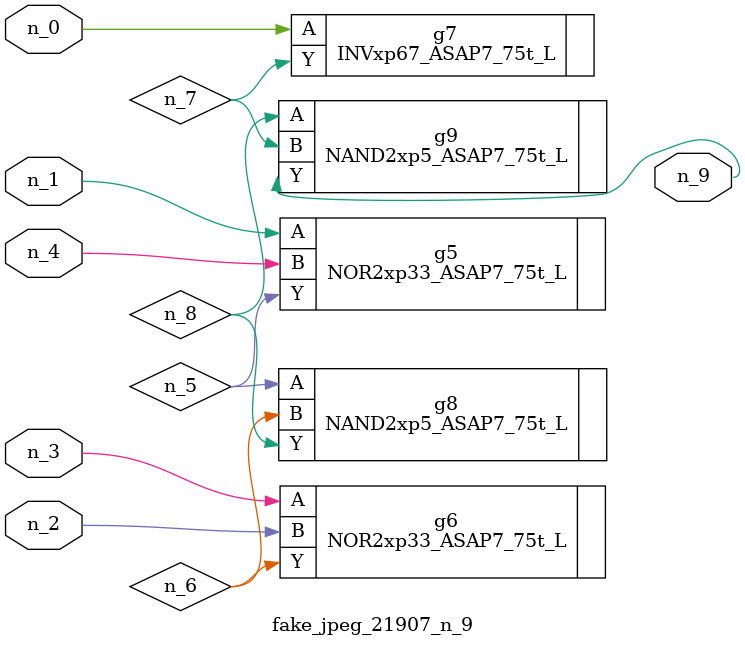
<source format=v>
module fake_jpeg_21907_n_9 (n_3, n_2, n_1, n_0, n_4, n_9);

input n_3;
input n_2;
input n_1;
input n_0;
input n_4;

output n_9;

wire n_8;
wire n_6;
wire n_5;
wire n_7;

NOR2xp33_ASAP7_75t_L g5 ( 
.A(n_1),
.B(n_4),
.Y(n_5)
);

NOR2xp33_ASAP7_75t_L g6 ( 
.A(n_3),
.B(n_2),
.Y(n_6)
);

INVxp67_ASAP7_75t_L g7 ( 
.A(n_0),
.Y(n_7)
);

NAND2xp5_ASAP7_75t_L g8 ( 
.A(n_5),
.B(n_6),
.Y(n_8)
);

NAND2xp5_ASAP7_75t_L g9 ( 
.A(n_8),
.B(n_7),
.Y(n_9)
);


endmodule
</source>
